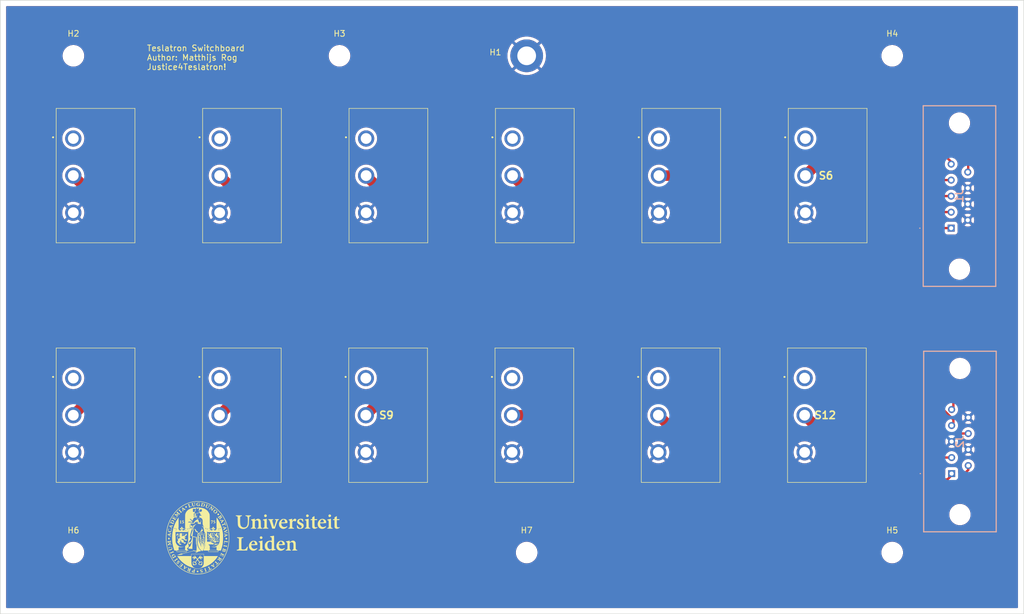
<source format=kicad_pcb>
(kicad_pcb (version 20221018) (generator pcbnew)
  (layers (0 "F.Cu" signal) (31 "B.Cu" signal) (34 "B.Paste" user) (35 "F.Paste" user) (36 "B.SilkS" user "B.Silkscreen") (37 "F.SilkS" user "F.Silkscreen") (38 "B.Mask" user) (39 "F.Mask" user) (44 "Edge.Cuts" user))
  (net 0 "")
  (net 1 "GND")
  (net 2 "/INA1")
  (net 3 "/INA2")
  (net 4 "/INA3")
  (net 5 "/INA4")
  (net 6 "/INA6")
  (net 7 "/INA5")
  (net 8 "/INB1")
  (net 9 "/INB2")
  (net 10 "/INB3")
  (net 11 "/INB4")
  (net 12 "/INB6")
  (net 13 "/INB5")
  (footprint "MountingHole:MountingHole_3.2mm_M3_DIN965" (layer "F.Cu") (at 163 37.5)
    (fp_text reference "H3" (at 0 -3.8) (layer "F.SilkS"))
    (fp_text value "MountingHole")
    (pad "" np_thru_hole circle (at 0 0) (size 3.2 3.2) (drill 3.2) (layers "*.Cu" "*.Mask"))
  )
  (footprint "LOGO" (layer "F.Cu") (at 148 120)
    (fp_text reference "G***" hide)
    (fp_text value "LOGO" hide)
  )
  (footprint "MountingHole:MountingHole_3.2mm_M3_DIN965" (layer "F.Cu") (at 195 122.5)
    (fp_text reference "H7" (at 0 -3.8) (layer "F.SilkS"))
    (fp_text value "MountingHole")
    (pad "" np_thru_hole circle (at 0 0) (size 3.2 3.2) (drill 3.2) (layers "*.Cu" "*.Mask"))
  )
  (footprint "MountingHole:MountingHole_3.2mm_M3_DIN965" (layer "F.Cu") (at 117.5 37.5)
    (fp_text reference "H2" (at 0 -3.8) (layer "F.SilkS"))
    (fp_text value "MountingHole")
    (pad "" np_thru_hole circle (at 0 0) (size 3.2 3.2) (drill 3.2) (layers "*.Cu" "*.Mask"))
  )
  (footprint "S102031MS02Q_SPDT_Switch:S102031MS02Q" (layer "F.Cu") (at 217.616 51.65 180)
    (fp_text reference "S5" hide)
    (fp_text value "S102031MS02Q" hide)
    (pad "1" thru_hole circle (at 0 0 180) (size 2.775 2.775) (drill 1.85) (layers "*.Cu" "*.Mask"))
    (pad "2" thru_hole circle (at 0 -6.35 180) (size 2.775 2.775) (drill 1.85) (layers "*.Cu" "*.Mask") (net 7 "/INA5"))
    (pad "3" thru_hole circle (at 0 -12.7 180) (size 2.775 2.775) (drill 1.85) (layers "*.Cu" "*.Mask") (net 1 "GND"))
  )
  (footprint "S102031MS02Q_SPDT_Switch:S102031MS02Q" (layer "F.Cu") (at 242.52325 92.65 180)
    (fp_text reference "S12" (at -3.52 -6.35) (layer "F.SilkS") (effects (font (size 1.27 1.27) (thickness 0.254))))
    (fp_text value "S102031MS02Q" hide)
    (pad "1" thru_hole circle (at 0 0 180) (size 2.775 2.775) (drill 1.85) (layers "*.Cu" "*.Mask"))
    (pad "2" thru_hole circle (at 0 -6.35 180) (size 2.775 2.775) (drill 1.85) (layers "*.Cu" "*.Mask") (net 12 "/INB6"))
    (pad "3" thru_hole circle (at 0 -12.7 180) (size 2.775 2.775) (drill 1.85) (layers "*.Cu" "*.Mask") (net 1 "GND"))
  )
  (footprint "S102031MS02Q_SPDT_Switch:S102031MS02Q" (layer "F.Cu") (at 142.48865 92.65 180)
    (fp_text reference "S8" hide)
    (fp_text value "S102031MS02Q" hide)
    (pad "1" thru_hole circle (at 0 0 180) (size 2.775 2.775) (drill 1.85) (layers "*.Cu" "*.Mask"))
    (pad "2" thru_hole circle (at 0 -6.35 180) (size 2.775 2.775) (drill 1.85) (layers "*.Cu" "*.Mask") (net 9 "/INB2"))
    (pad "3" thru_hole circle (at 0 -12.7 180) (size 2.775 2.775) (drill 1.85) (layers "*.Cu" "*.Mask") (net 1 "GND"))
  )
  (footprint "S102031MS02Q_SPDT_Switch:S102031MS02Q" (layer "F.Cu") (at 192.50595 92.65 180)
    (fp_text reference "S10" hide)
    (fp_text value "S102031MS02Q" hide)
    (pad "1" thru_hole circle (at 0 0 180) (size 2.775 2.775) (drill 1.85) (layers "*.Cu" "*.Mask"))
    (pad "2" thru_hole circle (at 0 -6.35 180) (size 2.775 2.775) (drill 1.85) (layers "*.Cu" "*.Mask") (net 11 "/INB4"))
    (pad "3" thru_hole circle (at 0 -12.7 180) (size 2.775 2.775) (drill 1.85) (layers "*.Cu" "*.Mask") (net 1 "GND"))
  )
  (footprint "S102031MS02Q_SPDT_Switch:S102031MS02Q" (layer "F.Cu") (at 167.4973 92.65 180)
    (fp_text reference "S9" (at -3.52 -6.35) (layer "F.SilkS") (effects (font (size 1.27 1.27) (thickness 0.254))))
    (fp_text value "S102031MS02Q" hide)
    (pad "1" thru_hole circle (at 0 0 180) (size 2.775 2.775) (drill 1.85) (layers "*.Cu" "*.Mask"))
    (pad "2" thru_hole circle (at 0 -6.35 180) (size 2.775 2.775) (drill 1.85) (layers "*.Cu" "*.Mask") (net 10 "/INB3"))
    (pad "3" thru_hole circle (at 0 -12.7 180) (size 2.775 2.775) (drill 1.85) (layers "*.Cu" "*.Mask") (net 1 "GND"))
  )
  (footprint "MountingHole:MountingHole_3.2mm_M3_DIN965_Pad_TopBottom" (layer "F.Cu") (at 195 37.5)
    (fp_text reference "H1" (at -5.35 -0.6) (layer "F.SilkS"))
    (fp_text value "MountingHole_Pad")
    (pad "1" thru_hole circle (at 0 0) (size 3.6 3.6) (drill 3.2) (layers "*.Cu" "*.Mask") (net 1 "GND"))
    (pad "1" connect circle (at 0 0) (size 5.6 5.6) (layers "F.Cu" "F.Mask") (net 1 "GND"))
    (pad "1" connect circle (at 0 0) (size 5.6 5.6) (layers "B.Cu" "B.Mask") (net 1 "GND"))
  )
  (footprint "MountingHole:MountingHole_3.2mm_M3_DIN965" (layer "F.Cu") (at 257.5 37.5)
    (fp_text reference "H4" (at 0 -3.8) (layer "F.SilkS"))
    (fp_text value "MountingHole")
    (pad "" np_thru_hole circle (at 0 0) (size 3.2 3.2) (drill 3.2) (layers "*.Cu" "*.Mask"))
  )
  (footprint "S102031MS02Q_SPDT_Switch:S102031MS02Q" (layer "F.Cu") (at 167.548 51.65 180)
    (fp_text reference "S3" hide)
    (fp_text value "S102031MS02Q" hide)
    (pad "1" thru_hole circle (at 0 0 180) (size 2.775 2.775) (drill 1.85) (layers "*.Cu" "*.Mask"))
    (pad "2" thru_hole circle (at 0 -6.35 180) (size 2.775 2.775) (drill 1.85) (layers "*.Cu" "*.Mask") (net 4 "/INA3"))
    (pad "3" thru_hole circle (at 0 -12.7 180) (size 2.775 2.775) (drill 1.85) (layers "*.Cu" "*.Mask") (net 1 "GND"))
  )
  (footprint "S102031MS02Q_SPDT_Switch:S102031MS02Q" (layer "F.Cu") (at 142.514 51.65 180)
    (fp_text reference "S2" hide)
    (fp_text value "S102031MS02Q" hide)
    (pad "1" thru_hole circle (at 0 0 180) (size 2.775 2.775) (drill 1.85) (layers "*.Cu" "*.Mask"))
    (pad "2" thru_hole circle (at 0 -6.35 180) (size 2.775 2.775) (drill 1.85) (layers "*.Cu" "*.Mask") (net 3 "/INA2"))
    (pad "3" thru_hole circle (at 0 -12.7 180) (size 2.775 2.775) (drill 1.85) (layers "*.Cu" "*.Mask") (net 1 "GND"))
  )
  (footprint "S102031MS02Q_SPDT_Switch:S102031MS02Q" (layer "F.Cu") (at 242.65 51.65 180)
    (fp_text reference "S6" (at -3.52 -6.35) (layer "F.SilkS") (effects (font (size 1.27 1.27) (thickness 0.254))))
    (fp_text value "S102031MS02Q" hide)
    (pad "1" thru_hole circle (at 0 0 180) (size 2.775 2.775) (drill 1.85) (layers "*.Cu" "*.Mask"))
    (pad "2" thru_hole circle (at 0 -6.35 180) (size 2.775 2.775) (drill 1.85) (layers "*.Cu" "*.Mask") (net 6 "/INA6"))
    (pad "3" thru_hole circle (at 0 -12.7 180) (size 2.775 2.775) (drill 1.85) (layers "*.Cu" "*.Mask") (net 1 "GND"))
  )
  (footprint "MountingHole:MountingHole_3.2mm_M3_DIN965" (layer "F.Cu") (at 117.5 122.5)
    (fp_text reference "H6" (at 0 -3.8) (layer "F.SilkS"))
    (fp_text value "MountingHole")
    (pad "" np_thru_hole circle (at 0 0) (size 3.2 3.2) (drill 3.2) (layers "*.Cu" "*.Mask"))
  )
  (footprint "S102031MS02Q_SPDT_Switch:S102031MS02Q" (layer "F.Cu") (at 117.48 51.65 180)
    (fp_text reference "S1" hide)
    (fp_text value "S102031MS02Q" hide)
    (pad "1" thru_hole circle (at 0 0 180) (size 2.775 2.775) (drill 1.85) (layers "*.Cu" "*.Mask"))
    (pad "2" thru_hole circle (at 0 -6.35 180) (size 2.775 2.775) (drill 1.85) (layers "*.Cu" "*.Mask") (net 2 "/INA1"))
    (pad "3" thru_hole circle (at 0 -12.7 180) (size 2.775 2.775) (drill 1.85) (layers "*.Cu" "*.Mask") (net 1 "GND"))
  )
  (footprint "S102031MS02Q_SPDT_Switch:S102031MS02Q" (layer "F.Cu") (at 117.48 92.65 180)
    (fp_text reference "S7" hide)
    (fp_text value "S102031MS02Q" hide)
    (pad "1" thru_hole circle (at 0 0 180) (size 2.775 2.775) (drill 1.85) (layers "*.Cu" "*.Mask"))
    (pad "2" thru_hole circle (at 0 -6.35 180) (size 2.775 2.775) (drill 1.85) (layers "*.Cu" "*.Mask") (net 8 "/INB1"))
    (pad "3" thru_hole circle (at 0 -12.7 180) (size 2.775 2.775) (drill 1.85) (layers "*.Cu" "*.Mask") (net 1 "GND"))
  )
  (footprint "S102031MS02Q_SPDT_Switch:S102031MS02Q" (layer "F.Cu") (at 217.5146 92.65 180)
    (fp_text reference "S11" hide)
    (fp_text value "S102031MS02Q" hide)
    (pad "1" thru_hole circle (at 0 0 180) (size 2.775 2.775) (drill 1.85) (layers "*.Cu" "*.Mask"))
    (pad "2" thru_hole circle (at 0 -6.35 180) (size 2.775 2.775) (drill 1.85) (layers "*.Cu" "*.Mask") (net 13 "/INB5"))
    (pad "3" thru_hole circle (at 0 -12.7 180) (size 2.775 2.775) (drill 1.85) (layers "*.Cu" "*.Mask") (net 1 "GND"))
  )
  (footprint "MountingHole:MountingHole_3.2mm_M3_DIN965" (layer "F.Cu") (at 257.5 122.5)
    (fp_text reference "H5" (at 0 -3.8) (layer "F.SilkS"))
    (fp_text value "MountingHole")
    (pad "" np_thru_hole circle (at 0 0) (size 3.2 3.2) (drill 3.2) (layers "*.Cu" "*.Mask"))
  )
  (footprint "S102031MS02Q_SPDT_Switch:S102031MS02Q" (layer "F.Cu") (at 192.582 51.65 180)
    (fp_text reference "S4" hide)
    (fp_text value "S102031MS02Q" hide)
    (pad "1" thru_hole circle (at 0 0 180) (size 2.775 2.775) (drill 1.85) (layers "*.Cu" "*.Mask"))
    (pad "2" thru_hole circle (at 0 -6.35 180) (size 2.775 2.775) (drill 1.85) (layers "*.Cu" "*.Mask") (net 5 "/INA4"))
    (pad "3" thru_hole circle (at 0 -12.7 180) (size 2.775 2.775) (drill 1.85) (layers "*.Cu" "*.Mask") (net 1 "GND"))
  )
  (footprint "4-338313-2_Straight_Female_Screwlock_M3:43383132" (layer "B.Cu") (at 267.58 66.99 -90)
    (fp_text reference "J1" (at -5.49 -1.42 90) (layer "B.SilkS") (effects (font (size 1.27 1.27) (thickness 0.254)) (justify mirror)))
    (fp_text value "DE9_Receptacle" hide)
    (pad "" np_thru_hole circle (at -17.99 -1.42 270) (size 3.15 3.15) (drill 3.15) (layers "F&B.Cu" "*.Mask"))
    (pad "" np_thru_hole circle (at 7.01 -1.42 270) (size 3.15 3.15) (drill 3.15) (layers "F&B.Cu" "*.Mask"))
    (pad "1" thru_hole rect (at 0 0 270) (size 1.2 1.2) (drill 0.7) (layers "*.Cu" "*.Mask") (net 2 "/INA1"))
    (pad "2" thru_hole circle (at -2.74 0 270) (size 1.2 1.2) (drill 0.7) (layers "*.Cu" "*.Mask") (net 3 "/INA2"))
    (pad "3" thru_hole circle (at -5.48 0 270) (size 1.2 1.2) (drill 0.7) (layers "*.Cu" "*.Mask") (net 4 "/INA3"))
    (pad "4" thru_hole circle (at -8.22 0 270) (size 1.2 1.2) (drill 0.7) (layers "*.Cu" "*.Mask") (net 5 "/INA4"))
    (pad "5" thru_hole circle (at -10.96 0 270) (size 1.2 1.2) (drill 0.7) (layers "*.Cu" "*.Mask") (net 6 "/INA6"))
    (pad "6" thru_hole circle (at -1.37 -2.84 270) (size 1.2 1.2) (drill 0.7) (layers "*.Cu" "*.Mask") (net 1 "GND"))
    (pad "7" thru_hole circle (at -4.11 -2.84 270) (size 1.2 1.2) (drill 0.7) (layers "*.Cu" "*.Mask") (net 1 "GND"))
    (pad "8" thru_hole circle (at -6.85 -2.84 270) (size 1.2 1.2) (drill 0.7) (layers "*.Cu" "*.Mask") (net 1 "GND"))
    (pad "9" thru_hole circle (at -9.59 -2.84 270) (size 1.2 1.2) (drill 0.7) (layers "*.Cu" "*.Mask") (net 7 "/INA5"))
  )
  (footprint "4-338313-2_Straight_Female_Screwlock_M3:43383132" (layer "B.Cu") (at 267.66 108.99 -90)
    (fp_text reference "J2" (at -5.49 -1.42 90) (layer "B.SilkS") (effects (font (size 1.27 1.27) (thickness 0.254)) (justify mirror)))
    (fp_text value "DE9_Receptacle" hide)
    (pad "" np_thru_hole circle (at -17.99 -1.42 270) (size 3.15 3.15) (drill 3.15) (layers "F&B.Cu" "*.Mask"))
    (pad "" np_thru_hole circle (at 7.01 -1.42 270) (size 3.15 3.15) (drill 3.15) (layers "F&B.Cu" "*.Mask"))
    (pad "1" thru_hole rect (at 0 0 270) (size 1.2 1.2) (drill 0.7) (layers "*.Cu" "*.Mask") (net 12 "/INB6"))
    (pad "2" thru_hole circle (at -2.74 0 270) (size 1.2 1.2) (drill 0.7) (layers "*.Cu" "*.Mask") (net 11 "/INB4"))
    (pad "3" thru_hole circle (at -5.48 0 270) (size 1.2 1.2) (drill 0.7) (layers "*.Cu" "*.Mask") (net 1 "GND"))
    (pad "4" thru_hole circle (at -8.22 0 270) (size 1.2 1.2) (drill 0.7) (layers "*.Cu" "*.Mask") (net 9 "/INB2"))
    (pad "5" thru_hole circle (at -10.96 0 270) (size 1.2 1.2) (drill 0.7) (layers "*.Cu" "*.Mask") (net 8 "/INB1"))
    (pad "6" thru_hole circle (at -1.37 -2.84 270) (size 1.2 1.2) (drill 0.7) (layers "*.Cu" "*.Mask") (net 13 "/INB5"))
    (pad "7" thru_hole circle (at -4.11 -2.84 270) (size 1.2 1.2) (drill 0.7) (layers "*.Cu" "*.Mask") (net 1 "GND"))
    (pad "8" thru_hole circle (at -6.85 -2.84 270) (size 1.2 1.2) (drill 0.7) (layers "*.Cu" "*.Mask") (net 10 "/INB3"))
    (pad "9" thru_hole circle (at -9.59 -2.84 270) (size 1.2 1.2) (drill 0.7) (layers "*.Cu" "*.Mask") (net 1 "GND"))
  )
  (gr_rect (start 105 28) (end 280 133) (stroke (width 0.1)) (fill none) (layer "Edge.Cuts"))
  (gr_text "Teslatron Switchboard\nAuthor: Matthijs Rog\nJustice4Teslatron!" (at 130 40) (layer "F.SilkS") (effects (font (size 1 1)) (justify left bottom)))
  (segment (start 261.82 66.98) (end 253 75.8) (width 0.4) (layer "F.Cu") (net 2))
  (segment (start 117.48 58) (end 135.48 76) (width 1.8) (layer "F.Cu") (net 2))
  (segment (start 267.95 66.98) (end 261.82 66.98) (width 0.4) (layer "F.Cu") (net 2))
  (segment (start 135.48 76) (end 252.8 76) (width 1.8) (layer "F.Cu") (net 2))
  (segment (start 252.8 76) (end 253 75.8) (width 1.8) (layer "F.Cu") (net 2))
  (segment (start 156.514 72) (end 251.8 72) (width 1.8) (layer "F.Cu") (net 3))
  (segment (start 261.76 64.24) (end 254 72) (width 0.4) (layer "F.Cu") (net 3))
  (segment (start 142.514 58) (end 156.514 72) (width 1.8) (layer "F.Cu") (net 3))
  (segment (start 254 72) (end 251.8 72) (width 0.4) (layer "F.Cu") (net 3))
  (segment (start 267.95 64.24) (end 261.76 64.24) (width 0.4) (layer "F.Cu") (net 3))
  (segment (start 259.9 61.5) (end 253.4 68) (width 0.4) (layer "F.Cu") (net 4))
  (segment (start 177.548 68) (end 253.4 68) (width 1.8) (layer "F.Cu") (net 4))
  (segment (start 267.95 61.5) (end 259.9 61.5) (width 0.4) (layer "F.Cu") (net 4))
  (segment (start 167.548 58) (end 177.548 68) (width 1.8) (layer "F.Cu") (net 4))
  (segment (start 267.95 58.76) (end 258.24 58.76) (width 0.4) (layer "F.Cu") (net 5))
  (segment (start 195.982 61.4) (end 250.4 61.4) (width 1.8) (layer "F.Cu") (net 5))
  (segment (start 192.582 58) (end 195.982 61.4) (width 1.8) (layer "F.Cu") (net 5))
  (segment (start 258.24 58.76) (end 253 64) (width 0.4) (layer "F.Cu") (net 5))
  (segment (start 250.4 61.4) (end 253 64) (width 1.8) (layer "F.Cu") (net 5))
  (segment (start 245.65 55) (end 242.65 58) (width 1.8) (layer "F.Cu") (net 6))
  (segment (start 261.4 52) (end 263.93 52) (width 0.4) (layer "F.Cu") (net 6))
  (segment (start 258.4 55) (end 245.65 55) (width 1.8) (layer "F.Cu") (net 6))
  (segment (start 263.93 52) (end 267.95 56.02) (width 0.4) (layer "F.Cu") (net 6))
  (segment (start 261.4 52) (end 258.4 55) (width 1.8) (layer "F.Cu") (net 6))
  (segment (start 261.2 49) (end 264.4 49) (width 0.4) (layer "F.Cu") (net 7))
  (segment (start 264.4 49) (end 270.49 55.09) (width 0.4) (layer "F.Cu") (net 7))
  (segment (start 235 47) (end 259.2 47) (width 1.8) (layer "F.Cu") (net 7))
  (segment (start 224 58) (end 235 47) (width 1.8) (layer "F.Cu") (net 7))
  (segment (start 270.49 55.09) (end 270.49 57.39) (width 0.4) (layer "F.Cu") (net 7))
  (segment (start 217.616 58) (end 224 58) (width 1.8) (layer "F.Cu") (net 7))
  (segment (start 259.2 47) (end 261.2 49) (width 1.8) (layer "F.Cu") (net 7))
  (segment (start 267.96 94.96) (end 267.96 98.02) (width 0.4) (layer "F.Cu") (net 8))
  (segment (start 252.4 80) (end 253 80) (width 0.4) (layer "F.Cu") (net 8))
  (segment (start 252.4 80) (end 136.48 80) (width 1.8) (layer "F.Cu") (net 8))
  (segment (start 253 80) (end 267.96 94.96) (width 0.4) (layer "F.Cu") (net 8))
  (segment (start 136.48 80) (end 117.48 99) (width 1.8) (layer "F.Cu") (net 8))
  (segment (start 249.2 84) (end 252.2 84) (width 0.4) (layer "F.Cu") (net 9))
  (segment (start 252.2 84) (end 267.96 99.76) (width 0.4) (layer "F.Cu") (net 9))
  (segment (start 249.2 84) (end 157.48865 84) (width 1.8) (layer "F.Cu") (net 9))
  (segment (start 267.96 99.76) (end 267.96 100.76) (width 0.4) (layer "F.Cu") (net 9))
  (segment (start 157.48865 84) (end 142.48865 99) (width 1.8) (layer "F.Cu") (net 9))
  (segment (start 178.4973 88) (end 167.4973 99) (width 1.8) (layer "F.Cu") (net 10))
  (segment (start 252.4 88) (end 266.53 102.13) (width 0.4) (layer "F.Cu") (net 10))
  (segment (start 250.6 88) (end 252.4 88) (width 0.4) (layer "F.Cu") (net 10))
  (segment (start 266.53 102.13) (end 270.5 102.13) (width 0.4) (layer "F.Cu") (net 10))
  (segment (start 250.6 88) (end 178.4973 88) (width 1.8) (layer "F.Cu") (net 10))
  (segment (start 192.50595 99) (end 210 99) (width 1.8) (layer "F.Cu") (net 11))
  (segment (start 213 96) (end 253 96) (width 1.8) (layer "F.Cu") (net 11))
  (segment (start 253 96) (end 258 101) (width 1.8) (layer "F.Cu") (net 11))
  (segment (start 263.24 106.24) (end 267.96 106.24) (width 0.4) (layer "F.Cu") (net 11))
  (segment (start 258 101) (end 263.24 106.24) (width 0.4) (layer "F.Cu") (net 11))
  (segment (start 210 99) (end 213 96) (width 1.8) (layer "F.Cu") (net 11))
  (segment (start 266.94 110) (end 256 110) (width 0.4) (layer "F.Cu") (net 12))
  (segment (start 242.52325 99) (end 253.52325 110) (width 1.8) (layer "F.Cu") (net 12))
  (segment (start 267.96 108.98) (end 266.94 110) (width 0.4) (layer "F.Cu") (net 12))
  (segment (start 253.52325 110) (end 256 110) (width 1.8) (layer "F.Cu") (net 12))
  (segment (start 217.5146 99) (end 232.5146 114) (width 1.8) (layer "F.Cu") (net 13))
  (segment (start 264.86 114) (end 256 114) (width 0.4) (layer "F.Cu") (net 13))
  (segment (start 270.5 107.61) (end 270.5 108.36) (width 0.4) (layer "F.Cu") (net 13))
  (segment (start 232.5146 114) (end 256 114) (width 1.8) (layer "F.Cu") (net 13))
  (segment (start 270.5 108.36) (end 264.86 114) (width 0.4) (layer "F.Cu") (net 13))
  (zone (net 1) (net_name "GND") (layers "F&B.Cu") (connect_pads (clearance 0.5)) (min_thickness 0.25) (fill yes (thermal_gap 0.5) (thermal_bridge_width 0.5))
    (polygon (pts (xy 106 29) (xy 279 29) (xy 279 132) (xy 106 132)))
  )
)
</source>
